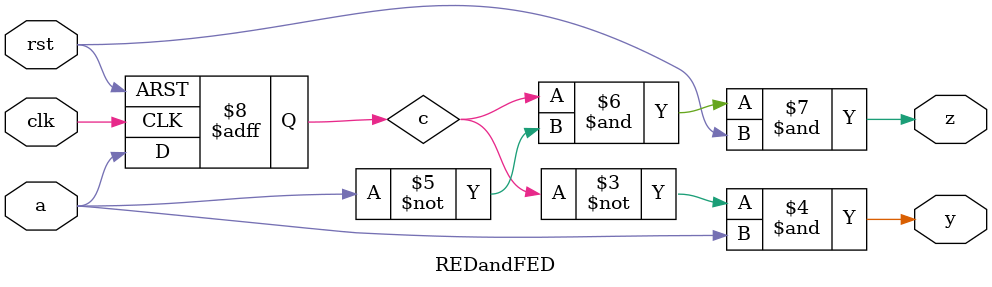
<source format=v>
module REDandFED(
    input clk,
    input a,
    input rst,
    output y,
    output z
    );
    reg c;
    always @(posedge clk,negedge rst)  
    begin 
    if (~rst)
        c<=1;
    else
        c<=a;
    end
    
    assign y=(~c&a);
    assign z=(c&~a&rst);
endmodule

</source>
